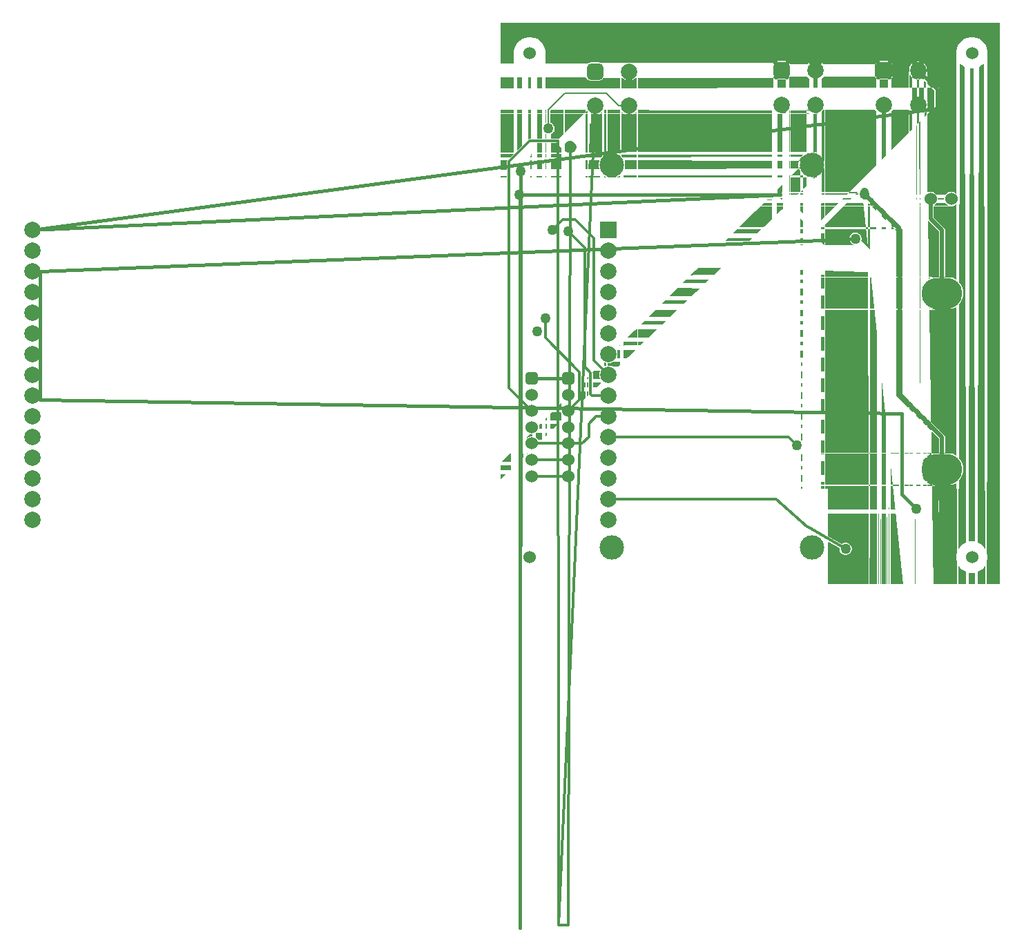
<source format=gbr>
%FSTAX23Y23*%
%MOMM*%
%SFA1B1*%

%IPPOS*%
%AMD23*
4,1,8,0.599440,1.899920,-0.599440,1.899920,-2.499360,0.000000,-2.499360,0.000000,-0.599440,-1.899920,0.599440,-1.899920,2.499360,0.000000,2.499360,0.000000,0.599440,1.899920,0.0*
1,1,3.800000,0.599440,0.000000*
1,1,3.800000,-0.599440,0.000000*
1,1,3.800000,-0.599440,0.000000*
1,1,3.800000,0.599440,0.000000*
%
%AMD25*
4,1,8,0.381000,0.762000,-0.381000,0.762000,-0.762000,0.381000,-0.762000,-0.381000,-0.381000,-0.762000,0.381000,-0.762000,0.762000,-0.381000,0.762000,0.381000,0.381000,0.762000,0.0*
1,1,0.762000,0.381000,0.381000*
1,1,0.762000,-0.381000,0.381000*
1,1,0.762000,-0.381000,-0.381000*
1,1,0.762000,0.381000,-0.381000*
%
%AMD26*
4,1,8,0.500380,1.000760,-0.500380,1.000760,-1.000760,0.500380,-1.000760,-0.500380,-0.500380,-1.000760,0.500380,-1.000760,1.000760,-0.500380,1.000760,0.500380,0.500380,1.000760,0.0*
1,1,1.000000,0.500380,0.500380*
1,1,1.000000,-0.500380,0.500380*
1,1,1.000000,-0.500380,-0.500380*
1,1,1.000000,0.500380,-0.500380*
%
%ADD10C,0.299999*%
%ADD17C,0.399999*%
%ADD18C,0.200000*%
%ADD19C,0.499999*%
%ADD20R,1.999996X1.999996*%
%ADD21C,1.999996*%
%ADD22C,2.999994*%
G04~CAMADD=23~8~0.0~0.0~1968.5~1496.1~748.0~0.0~15~0.0~0.0~0.0~0.0~0~0.0~0.0~0.0~0.0~0~0.0~0.0~0.0~0.0~1968.5~1496.1*
%ADD23D23*%
%ADD24C,1.523997*%
G04~CAMADD=25~8~0.0~0.0~600.0~600.0~150.0~0.0~15~0.0~0.0~0.0~0.0~0~0.0~0.0~0.0~0.0~0~0.0~0.0~0.0~0.0~600.0~600.0*
%ADD25D25*%
G04~CAMADD=26~8~0.0~0.0~787.4~787.4~196.9~0.0~15~0.0~0.0~0.0~0.0~0~0.0~0.0~0.0~0.0~0~0.0~0.0~0.0~0.0~787.4~787.4*
%ADD26D26*%
%ADD27C,1.523997*%
%ADD28C,1.269997*%
%LNecu_freio_2024_equipe_imperador_copper_signal_bot-1*%
%LPD*%
G36*
X129286Y52451D02*
X108204D01*
Y57555*
X108313Y57618*
X109605Y56879*
X109602Y56869*
Y56668*
X109654Y56475*
X109754Y56302*
X109896Y5616*
X110069Y5606*
X110262Y56008*
X110463*
X110656Y5606*
X110829Y5616*
X110971Y56302*
X111071Y56475*
X111122Y56668*
Y56869*
X111071Y57062*
X110971Y57235*
X110829Y57377*
X110656Y57477*
X110463Y57528*
X110262*
X110069Y57477*
X109896Y57377*
X109884Y57365*
X108204Y58327*
Y64135*
X79756*
X79629Y64008*
Y52451*
X68072*
Y121285*
X129286*
Y52451*
G37*
%LNecu_freio_2024_equipe_imperador_copper_signal_bot-2*%
%LPC*%
G36*
X106938Y116683D02*
Y115701D01*
X10792*
X107857Y115936*
X107692Y116221*
X107458Y116455*
X107173Y11662*
X106938Y116683*
G37*
G36*
X106438D02*
X106204Y11662D01*
X105919Y116455*
X105685Y116221*
X10552Y115936*
X105457Y115701*
X106438*
Y116683*
G37*
G36*
X126046Y119526D02*
X125667D01*
X125295Y119452*
X124945Y119307*
X124629Y119097*
X124361Y118829*
X124151Y118513*
X124005Y118163*
X123931Y117791*
Y117412*
X124005Y11704*
X124151Y11669*
X124361Y116374*
X124629Y116106*
X124945Y115896*
X125295Y11575*
X125667Y115676*
X126046*
X126418Y11575*
X126768Y115896*
X127084Y116106*
X127352Y116374*
X127562Y11669*
X127707Y11704*
X127781Y117412*
Y117791*
X127707Y118163*
X127562Y118513*
X127352Y118829*
X127084Y119097*
X126768Y119307*
X126418Y119452*
X126046Y119526*
G37*
G36*
X71817D02*
X71438D01*
X71066Y119452*
X70716Y119307*
X704Y119097*
X70132Y118829*
X69922Y118513*
X69776Y118163*
X69702Y117791*
Y117412*
X69776Y11704*
X69922Y11669*
X70132Y116374*
X704Y116106*
X70716Y115896*
X71066Y11575*
X71438Y115676*
X71817*
X72189Y11575*
X72539Y115896*
X72855Y116106*
X73123Y116374*
X73333Y11669*
X73478Y11704*
X73552Y117412*
Y117791*
X73478Y118163*
X73333Y118513*
X73123Y118829*
X72855Y119097*
X72539Y119307*
X72189Y119452*
X71817Y119526*
G37*
G36*
X115553Y116589D02*
X114553D01*
X114309Y11654*
X114102Y116402*
X113964Y116195*
X113915Y115951*
Y114951*
X113964Y114708*
X114102Y114501*
X114309Y114363*
X114553Y114314*
X115553*
X115796Y114363*
X116003Y114501*
X116141Y114708*
X11619Y114951*
Y115951*
X116141Y116195*
X116003Y116402*
X115796Y11654*
X115553Y116589*
G37*
G36*
X102988D02*
X101988D01*
X101745Y11654*
X101538Y116402*
X1014Y116195*
X101351Y115951*
Y114951*
X1014Y114708*
X101538Y114501*
X101745Y114363*
X101988Y114314*
X102988*
X103232Y114363*
X103439Y114501*
X103577Y114708*
X103626Y114951*
Y115951*
X103577Y116195*
X103439Y116402*
X103232Y11654*
X102988Y116589*
G37*
G36*
X10792Y115201D02*
X106938D01*
Y11422*
X107173Y114283*
X107458Y114448*
X107692Y114682*
X107857Y114967*
X10792Y115201*
G37*
G36*
X106438D02*
X105457D01*
X10552Y114967*
X105685Y114682*
X105919Y114448*
X106204Y114283*
X106438Y11422*
Y115201*
G37*
G36*
X83968Y11644D02*
X83671D01*
X83385Y116364*
X83129Y116216*
X82919Y116006*
X82771Y11575*
X82694Y115464*
Y115167*
X82771Y114881*
X82919Y114625*
X83129Y114415*
X83385Y114267*
X83671Y11419*
X83968*
X84254Y114267*
X8451Y114415*
X8472Y114625*
X84868Y114881*
X84944Y115167*
Y115464*
X84868Y11575*
X8472Y116006*
X8451Y116216*
X84254Y116364*
X83968Y11644*
G37*
G36*
X8012Y116453D02*
X7912D01*
X78876Y116404*
X78669Y116266*
X78531Y116059*
X78482Y115815*
Y114815*
X78531Y114572*
X78669Y114365*
X78876Y114227*
X7912Y114178*
X8012*
X80363Y114227*
X8057Y114365*
X80708Y114572*
X80757Y114815*
Y115815*
X80708Y116059*
X8057Y116266*
X80363Y116404*
X8012Y116453*
G37*
G36*
X119502Y112483D02*
Y111501D01*
X120484*
X120421Y111735*
X120256Y112021*
X120022Y112255*
X119736Y11242*
X119502Y112483*
G37*
G36*
X119002D02*
X118768Y11242D01*
X118483Y112255*
X118249Y112021*
X118084Y111735*
X118021Y111501*
X119002*
Y112483*
G37*
G36*
X115302D02*
Y111501D01*
X116284*
X116221Y111735*
X116056Y112021*
X115822Y112255*
X115537Y11242*
X115302Y112483*
G37*
G36*
X114802D02*
X114568Y11242D01*
X114283Y112255*
X114049Y112021*
X113884Y111735*
X113821Y111501*
X114802*
Y112483*
G37*
G36*
X106837Y112376D02*
X10654D01*
X106254Y1123*
X105998Y112152*
X105788Y111942*
X10564Y111686*
X105563Y1114*
Y111103*
X10564Y110817*
X105788Y110561*
X105998Y110351*
X106254Y110203*
X10654Y110126*
X106837*
X107123Y110203*
X107379Y110351*
X107589Y110561*
X107737Y110817*
X107813Y111103*
Y1114*
X107737Y111686*
X107589Y111942*
X107379Y112152*
X107123Y1123*
X106837Y112376*
G37*
G36*
X102637D02*
X10234D01*
X102054Y1123*
X101798Y112152*
X101588Y111942*
X10144Y111686*
X101363Y1114*
Y111103*
X10144Y110817*
X101588Y110561*
X101798Y110351*
X102054Y110203*
X10234Y110126*
X102637*
X102923Y110203*
X103179Y110351*
X103389Y110561*
X103537Y110817*
X103613Y111103*
Y1114*
X103537Y111686*
X103389Y111942*
X103179Y112152*
X102923Y1123*
X102637Y112376*
G37*
G36*
X120484Y111001D02*
X119502D01*
Y11002*
X119736Y110083*
X120022Y110248*
X120256Y110482*
X120421Y110767*
X120484Y111001*
G37*
G36*
X119002D02*
X118021D01*
X118084Y110767*
X118249Y110482*
X118483Y110248*
X118768Y110083*
X119002Y11002*
Y111001*
G37*
G36*
X116284D02*
X115302D01*
Y11002*
X115537Y110083*
X115822Y110248*
X116056Y110482*
X116221Y110767*
X116284Y111001*
G37*
G36*
X114802D02*
X113821D01*
X113884Y110767*
X114049Y110482*
X114283Y110248*
X114568Y110083*
X114802Y11002*
Y111001*
G37*
G36*
X81026Y112878D02*
X75946D01*
X75858Y11286*
X75783Y112811*
X73751Y110779*
X73702Y110704*
X73684Y110617*
Y109056*
X7362Y109039*
X73447Y108939*
X73305Y108797*
X73205Y108624*
X73153Y108431*
Y10823*
X73205Y108037*
X73305Y107864*
X73447Y107722*
X7362Y107622*
X73813Y10757*
X74014*
X74207Y107622*
X7438Y107722*
X74522Y107864*
X74622Y108037*
X74673Y10823*
Y108431*
X74622Y108624*
X74522Y108797*
X7438Y108939*
X74207Y109039*
X74143Y109056*
Y110521*
X7604Y112419*
X8093*
X82396Y110953*
X82471Y110904*
X82558Y110886*
X82716*
X82771Y110681*
X82919Y110425*
X83129Y110215*
X83385Y110067*
X83671Y10999*
X83968*
X84254Y110067*
X8451Y110215*
X8472Y110425*
X84868Y110681*
X84944Y110967*
Y111264*
X84868Y11155*
X8472Y111806*
X8451Y112016*
X84254Y112164*
X83968Y11224*
X83671*
X83385Y112164*
X83129Y112016*
X82919Y111806*
X82771Y11155*
X82741Y111437*
X82599Y111399*
X81188Y112811*
X81113Y11286*
X81026Y112878*
G37*
G36*
X79768Y11224D02*
X79471D01*
X79185Y112164*
X78929Y112016*
X78719Y111806*
X78571Y11155*
X78494Y111264*
Y110967*
X78571Y110681*
X78651Y110543*
X75169Y107062*
X75164Y107066*
X75057Y107087*
X71628*
X7152Y107066*
X71429Y107005*
X68889Y104465*
X68828Y104374*
X68807Y104267*
Y76484*
X68828Y76377*
X68889Y76286*
X71087Y74088*
X71055Y74033*
X70994Y73807*
Y73574*
X71055Y73348*
X71172Y73146*
X71337Y72981*
X71539Y72864*
X71765Y72803*
X71998*
X72224Y72864*
X72426Y72981*
X72591Y73146*
X72708Y73348*
X72768Y73574*
Y73807*
X72708Y74033*
X72591Y74235*
X72426Y744*
X72224Y74517*
X72071Y74558*
Y74689*
X72274Y74744*
X72505Y74877*
X72694Y75067*
X72828Y75298*
X72866Y7544*
X70897*
X70935Y75298*
X71051Y75097*
X70949Y75019*
X69368Y76601*
Y10415*
X71744Y106526*
X7494*
X75435Y106032*
X75526Y105971*
X75633Y10595*
X7582*
Y105944*
X75872Y105751*
X75972Y105578*
X76114Y105436*
X76287Y105336*
X7648Y105284*
X76681*
X76874Y105336*
X77047Y105436*
X77189Y105578*
X77289Y105751*
X7734Y105944*
Y106145*
X77289Y106338*
X77189Y106511*
X77047Y106653*
X76874Y106753*
X76681Y106804*
X7648*
X76287Y106753*
X76114Y106653*
X75972Y106511*
X75972Y10651*
X75749*
X7558Y10668*
X79047Y110147*
X79185Y110067*
X79471Y10999*
X79768*
X80054Y110067*
X8031Y110215*
X8052Y110425*
X80668Y110681*
X80744Y110967*
Y111264*
X80668Y11155*
X8052Y111806*
X8031Y112016*
X80054Y112164*
X79768Y11224*
G37*
G36*
X10637Y10549D02*
X106049D01*
X105735Y105428*
X10544Y105306*
X105174Y105128*
X104947Y104901*
X104769Y104635*
X104647Y104339*
X104584Y104026*
Y103705*
X104647Y103391*
X104769Y103096*
X104947Y10283*
X105174Y102603*
X10544Y102425*
X105735Y102303*
X106049Y10224*
X10637*
X106683Y102303*
X106979Y102425*
X107245Y102603*
X107472Y10283*
X10765Y103096*
X107772Y103391*
X107834Y103705*
Y104026*
X107772Y104339*
X10765Y104635*
X107472Y104901*
X107245Y105128*
X106979Y105306*
X106683Y105428*
X10637Y10549*
G37*
G36*
X8186D02*
X81539D01*
X81225Y105428*
X8093Y105306*
X80664Y105128*
X80437Y104901*
X80259Y104635*
X80137Y104339*
X80074Y104026*
Y103705*
X80137Y103391*
X80259Y103096*
X80437Y10283*
X80664Y102603*
X8093Y102425*
X81225Y102303*
X81539Y10224*
X8186*
X82174Y102303*
X82469Y102425*
X82735Y102603*
X82962Y10283*
X8314Y103096*
X83262Y103391*
X83325Y103705*
Y104026*
X83262Y104339*
X8314Y104635*
X82962Y104901*
X82735Y105128*
X82469Y105306*
X82174Y105428*
X8186Y10549*
G37*
G36*
X123433Y100581D02*
X1232D01*
X122974Y100521*
X122772Y100404*
X122607Y100239*
X12249Y100037*
X122429Y99811*
Y99578*
X12249Y99352*
X122607Y9915*
X122772Y98985*
X122974Y98868*
X1232Y98807*
X123433*
X123659Y98868*
X123861Y98985*
X124026Y9915*
X124143Y99352*
X124203Y99578*
Y99811*
X124143Y100037*
X124026Y100239*
X123861Y100404*
X123659Y100521*
X123433Y100581*
G37*
G36*
X119401Y116576D02*
X119104D01*
X118818Y1165*
X118562Y116352*
X118352Y116142*
X118204Y115886*
X118127Y1156*
Y115303*
X118204Y115017*
X118352Y114761*
X118562Y114551*
X118818Y114403*
X119104Y114326*
X119401*
X119687Y114403*
X119779Y114456*
X121207Y113028*
Y110902*
X107206Y96901*
X107114Y96954*
X106828Y9703*
X106531*
X106245Y96954*
X106153Y96901*
X102617Y100437*
X102509Y100509*
X102382Y100534*
X71044*
X70966Y100669*
X70824Y100811*
X70752Y100852*
Y102408*
X70778Y102415*
X70951Y102515*
X71093Y102657*
X71193Y10283*
X71244Y103023*
Y103224*
X71193Y103417*
X71093Y10359*
X70951Y103732*
X70778Y103832*
X70585Y103883*
X70384*
X70191Y103832*
X70018Y103732*
X69876Y10359*
X69776Y103417*
X69724Y103224*
Y103023*
X69776Y10283*
X69876Y102657*
X70018Y102515*
X7009Y102474*
Y100918*
X70064Y100911*
X69891Y100811*
X69749Y100669*
X69649Y100496*
X69597Y100303*
Y100102*
X69649Y99909*
X69749Y99736*
X69891Y99594*
X70064Y99494*
X70257Y99442*
X70458*
X70651Y99494*
X70824Y99594*
X70966Y99736*
X71044Y99871*
X102245*
X105684Y96432*
X105631Y9634*
X105554Y96054*
Y95757*
X105631Y95471*
X105779Y95215*
X105989Y95005*
X106245Y94857*
X106531Y9478*
X106828*
X107114Y94857*
X10737Y95005*
X10758Y95215*
X107728Y95471*
X107804Y95757*
Y96054*
X107728Y9634*
X107675Y96432*
X111816Y100573*
X11193Y100508*
X111888Y100353*
Y100153*
X11194Y9996*
X11204Y99787*
X112182Y99645*
X112355Y99545*
X112548Y99493*
X112749*
X112843Y99518*
X116584Y95777*
Y75692*
X116613Y75545*
X116696Y75421*
X121791Y70326*
Y68582*
X121573*
X121177Y68543*
X120795Y68427*
X120443Y68239*
X120135Y67986*
X119882Y67678*
X119694Y67326*
X119578Y66944*
X119539Y66548*
X119578Y66151*
X119694Y65769*
X119882Y65417*
X120135Y65109*
X120443Y64856*
X120795Y64668*
X121177Y64552*
X121573Y64513*
X122773*
X12317Y64552*
X123552Y64668*
X123904Y64856*
X124212Y65109*
X124465Y65417*
X124653Y65769*
X124769Y66151*
X124808Y66548*
X124769Y66944*
X124653Y67326*
X124465Y67678*
X124212Y67986*
X123904Y68239*
X123552Y68427*
X12317Y68543*
X122773Y68582*
X122556*
Y70485*
X122527Y70631*
X122444Y70755*
X117349Y7585*
Y95935*
X11732Y96082*
X117237Y96206*
X113383Y100059*
X113408Y100153*
Y100353*
X113357Y100547*
X113257Y10072*
X113115Y100861*
X112942Y100962*
X112749Y101013*
X112548*
X112394Y100972*
X112328Y101086*
X121773Y11053*
X121845Y110638*
X12187Y110764*
Y113165*
X121845Y113292*
X121773Y1134*
X120248Y114925*
X120301Y115017*
X120377Y115303*
Y1156*
X120301Y115886*
X120153Y116142*
X119943Y116352*
X119687Y1165*
X119401Y116576*
G37*
G36*
X82404Y9703D02*
X80154D01*
Y9478*
X82404*
Y9703*
G37*
G36*
X106929Y94597D02*
Y93615D01*
X107911*
X107848Y9385*
X107683Y94135*
X107449Y94369*
X107163Y94534*
X106929Y94597*
G37*
G36*
X106429D02*
X106195Y94534D01*
X10591Y94369*
X105676Y94135*
X105511Y9385*
X105448Y93615*
X106429*
Y94597*
G37*
G36*
X81529D02*
Y93615D01*
X82511*
X82448Y9385*
X82283Y94135*
X82049Y94369*
X81763Y94534*
X81529Y94597*
G37*
G36*
X81029D02*
X80795Y94534D01*
X8051Y94369*
X80276Y94135*
X80111Y9385*
X80048Y93615*
X81029*
Y94597*
G37*
G36*
X107911Y93115D02*
X106929D01*
Y92134*
X107163Y92197*
X107449Y92362*
X107683Y92596*
X107848Y92881*
X107911Y93115*
G37*
G36*
X106429D02*
X105448D01*
X105511Y92881*
X105676Y92596*
X10591Y92362*
X106195Y92197*
X106429Y92134*
Y93115*
G37*
G36*
X82511D02*
X81529D01*
Y92134*
X81763Y92197*
X82049Y92362*
X82283Y92596*
X82448Y92881*
X82511Y93115*
G37*
G36*
X81029D02*
X80048D01*
X80111Y92881*
X80276Y92596*
X8051Y92362*
X80795Y92197*
X81029Y92134*
Y93115*
G37*
G36*
X106828Y9195D02*
X106531D01*
X106245Y91874*
X105989Y91726*
X105779Y91516*
X105631Y9126*
X105554Y90974*
Y90677*
X105631Y90391*
X105779Y90135*
X105989Y89925*
X106245Y89777*
X106531Y897*
X106828*
X107114Y89777*
X10737Y89925*
X10758Y90135*
X107728Y90391*
X107804Y90677*
Y90974*
X107728Y9126*
X10758Y91516*
X10737Y91726*
X107114Y91874*
X106828Y9195*
G37*
G36*
X81428D02*
X81131D01*
X80845Y91874*
X80589Y91726*
X80379Y91516*
X80231Y9126*
X80154Y90974*
Y90677*
X80231Y90391*
X80379Y90135*
X80589Y89925*
X80845Y89777*
X81131Y897*
X81428*
X81714Y89777*
X8197Y89925*
X8218Y90135*
X82328Y90391*
X82404Y90677*
Y90974*
X82328Y9126*
X8218Y91516*
X8197Y91726*
X81714Y91874*
X81428Y9195*
G37*
G36*
X106828Y8941D02*
X106531D01*
X106245Y89334*
X105989Y89186*
X105779Y88976*
X105631Y8872*
X105554Y88434*
Y88137*
X105631Y87851*
X105779Y87595*
X105989Y87385*
X106245Y87237*
X106531Y8716*
X106828*
X107114Y87237*
X10737Y87385*
X10758Y87595*
X107728Y87851*
X107804Y88137*
Y88434*
X107728Y8872*
X10758Y88976*
X10737Y89186*
X107114Y89334*
X106828Y8941*
G37*
G36*
X81428D02*
X81131D01*
X80845Y89334*
X80589Y89186*
X80379Y88976*
X80231Y8872*
X80154Y88434*
Y88137*
X80231Y87851*
X80379Y87595*
X80589Y87385*
X80845Y87237*
X81131Y8716*
X81428*
X81714Y87237*
X8197Y87385*
X8218Y87595*
X82328Y87851*
X82404Y88137*
Y88434*
X82328Y8872*
X8218Y88976*
X8197Y89186*
X81714Y89334*
X81428Y8941*
G37*
G36*
X120893Y100581D02*
X12066D01*
X120434Y100521*
X120232Y100404*
X120067Y100239*
X11995Y100037*
X119889Y99811*
Y99578*
X11995Y99352*
X120067Y9915*
X120232Y98985*
X120394Y98891*
Y97282*
X120423Y97135*
X120506Y97011*
X121791Y95726*
Y90172*
X121573*
X121177Y90133*
X120795Y90017*
X120443Y89829*
X120135Y89576*
X119882Y89268*
X119694Y88916*
X119578Y88534*
X119539Y88138*
X119578Y87741*
X119694Y87359*
X119882Y87007*
X120135Y86699*
X120443Y86446*
X120795Y86258*
X121177Y86142*
X121573Y86103*
X122773*
X12317Y86142*
X123552Y86258*
X123904Y86446*
X124212Y86699*
X124465Y87007*
X124653Y87359*
X124769Y87741*
X124808Y88138*
X124769Y88534*
X124653Y88916*
X124465Y89268*
X124212Y89576*
X123904Y89829*
X123552Y90017*
X12317Y90133*
X122773Y90172*
X122556*
Y95885*
X122527Y96031*
X122444Y96155*
X122444*
X121159Y9744*
Y98891*
X121321Y98985*
X121486Y9915*
X121603Y99352*
X121663Y99578*
Y99811*
X121603Y100037*
X121486Y100239*
X121321Y100404*
X121119Y100521*
X120893Y100581*
G37*
G36*
X106828Y8687D02*
X106531D01*
X106245Y86794*
X105989Y86646*
X105779Y86436*
X105631Y8618*
X105554Y85894*
Y85597*
X105631Y85311*
X105779Y85055*
X105989Y84845*
X106245Y84697*
X106531Y8462*
X106828*
X107114Y84697*
X10737Y84845*
X10758Y85055*
X107728Y85311*
X107804Y85597*
Y85894*
X107728Y8618*
X10758Y86436*
X10737Y86646*
X107114Y86794*
X106828Y8687*
G37*
G36*
X81428D02*
X81131D01*
X80845Y86794*
X80589Y86646*
X80379Y86436*
X80231Y8618*
X80154Y85894*
Y85597*
X80231Y85311*
X80379Y85055*
X80589Y84845*
X80845Y84697*
X81131Y8462*
X81428*
X81714Y84697*
X8197Y84845*
X8218Y85055*
X82328Y85311*
X82404Y85597*
Y85894*
X82328Y8618*
X8218Y86436*
X8197Y86646*
X81714Y86794*
X81428Y8687*
G37*
G36*
X73633Y85849D02*
X73432D01*
X73239Y85798*
X73066Y85698*
X72924Y85556*
X72824Y85383*
X72772Y8519*
Y84989*
X72824Y84796*
X72924Y84623*
X73066Y84481*
X73239Y84381*
X73252Y84378*
Y8414*
X73125Y84087*
X73062Y8415*
X7286Y84267*
X72766Y84292*
Y83439*
Y82585*
X7286Y8261*
X73062Y82727*
X73125Y8279*
X73252Y82737*
Y82677*
X73273Y82569*
X73334Y82478*
X77443Y78369*
Y75939*
X77316Y75923*
X77273Y76083*
X77139Y76314*
X7695Y76503*
X76719Y76637*
X76609Y76667*
X76626Y76794*
X76708*
X76905Y76833*
X77072Y76945*
X77184Y77112*
X77223Y77309*
Y78071*
X77184Y78269*
X77072Y78436*
X76905Y78548*
X76708Y78587*
X75946*
X75748Y78548*
X75581Y78436*
X75469Y78269*
X7543Y78071*
Y78022*
X72778*
Y78071*
X72739Y78269*
X72627Y78436*
X7246Y78548*
X72263Y78587*
X71501*
X71303Y78548*
X71136Y78436*
X71024Y78269*
X70985Y78071*
Y77309*
X71024Y77112*
X71136Y76945*
X71303Y76833*
X71501Y76794*
X71582*
X71599Y76667*
X71489Y76637*
X71258Y76503*
X71068Y76314*
X70935Y76083*
X70897Y7594*
X72866*
X72828Y76083*
X72694Y76314*
X72505Y76503*
X72274Y76637*
X72164Y76667*
X72181Y76794*
X72263*
X7246Y76833*
X72627Y76945*
X72739Y77112*
X72778Y77309*
Y77359*
X7543*
Y77309*
X75469Y77112*
X75581Y76945*
X75748Y76833*
X75946Y76794*
X76027*
X76044Y76667*
X75934Y76637*
X75703Y76503*
X75513Y76314*
X7538Y76083*
X75342Y7594*
X76327*
Y7544*
X75342*
X7538Y75298*
X75513Y75067*
X75703Y74877*
X75934Y74744*
X76137Y74689*
Y74558*
X75984Y74517*
X75782Y744*
X75617Y74235*
X755Y74033*
X75439Y73807*
Y73574*
X755Y73348*
X75617Y73146*
X75782Y72981*
X75984Y72864*
X7621Y72803*
X76443*
X76669Y72864*
X76871Y72981*
X77036Y73146*
X77153Y73348*
X77213Y73574*
Y73807*
X77153Y74033*
X77121Y74088*
X77922Y74889*
X77983Y7498*
X78004Y75087*
Y78486*
X77983Y78593*
X77922Y78684*
X73813Y82793*
Y84378*
X73826Y84381*
X73999Y84481*
X74141Y84623*
X74241Y84796*
X74292Y84989*
Y8519*
X74241Y85383*
X74141Y85556*
X73999Y85698*
X73826Y85798*
X73633Y85849*
G37*
G36*
X72266Y84292D02*
X72173Y84267D01*
X71971Y8415*
X71805Y83984*
X71688Y83782*
X71663Y83688*
X72266*
Y84292*
G37*
G36*
Y83188D02*
X71663D01*
X71688Y83095*
X71805Y82893*
X71971Y82727*
X72173Y8261*
X72266Y82585*
Y83188*
G37*
G36*
X106828Y8433D02*
X106531D01*
X106245Y84254*
X105989Y84106*
X105779Y83896*
X105631Y8364*
X105554Y83354*
Y83057*
X105631Y82771*
X105779Y82515*
X105989Y82305*
X106245Y82157*
X106531Y8208*
X106828*
X107114Y82157*
X10737Y82305*
X10758Y82515*
X107728Y82771*
X107804Y83057*
Y83354*
X107728Y8364*
X10758Y83896*
X10737Y84106*
X107114Y84254*
X106828Y8433*
G37*
G36*
X81428D02*
X81131D01*
X80845Y84254*
X80589Y84106*
X80379Y83896*
X80231Y8364*
X80154Y83354*
Y83057*
X80231Y82771*
X80379Y82515*
X80589Y82305*
X80845Y82157*
X81131Y8208*
X81428*
X81714Y82157*
X8197Y82305*
X8218Y82515*
X82328Y82771*
X82404Y83057*
Y83354*
X82328Y8364*
X8218Y83896*
X8197Y84106*
X81714Y84254*
X81428Y8433*
G37*
G36*
X106828Y8179D02*
X106531D01*
X106245Y81714*
X105989Y81566*
X105779Y81356*
X105631Y811*
X105554Y80814*
Y80517*
X105631Y80231*
X105779Y79975*
X105989Y79765*
X106245Y79617*
X106531Y7954*
X106828*
X107114Y79617*
X10737Y79765*
X10758Y79975*
X107728Y80231*
X107804Y80517*
Y80814*
X107728Y811*
X10758Y81356*
X10737Y81566*
X107114Y81714*
X106828Y8179*
G37*
G36*
X81428D02*
X81131D01*
X80845Y81714*
X80589Y81566*
X80379Y81356*
X80231Y811*
X80154Y80814*
Y80517*
X80231Y80231*
X80379Y79975*
X80589Y79765*
X80845Y79617*
X81131Y7954*
X81428*
X81714Y79617*
X8197Y79765*
X8218Y79975*
X82328Y80231*
X82404Y80517*
Y80814*
X82328Y811*
X8218Y81356*
X8197Y81566*
X81714Y81714*
X81428Y8179*
G37*
G36*
X106828Y7925D02*
X106531D01*
X106245Y79174*
X105989Y79026*
X105779Y78816*
X105631Y7856*
X105554Y78274*
Y77977*
X105631Y77691*
X105779Y77435*
X105989Y77225*
X106245Y77077*
X106531Y77*
X106828*
X107114Y77077*
X10737Y77225*
X10758Y77435*
X107728Y77691*
X107804Y77977*
Y78274*
X107728Y7856*
X10758Y78816*
X10737Y79026*
X107114Y79174*
X106828Y7925*
G37*
G36*
X77216Y97435D02*
X75692D01*
X75584Y97414*
X75493Y97353*
X74726Y96586*
X74715Y96593*
X74522Y96644*
X74321*
X74128Y96593*
X73955Y96493*
X73813Y96351*
X73713Y96178*
X73661Y95985*
Y95784*
X73713Y95591*
X73813Y95418*
X73955Y95276*
X74128Y95176*
X74321Y95124*
X74522*
X74715Y95176*
X74888Y95276*
X7503Y95418*
X7513Y95591*
X75181Y95784*
Y95985*
X7513Y96178*
X75123Y96189*
X75808Y96874*
X77099*
X79221Y94752*
Y79903*
X79242Y79796*
X79303Y79705*
X80311Y78698*
X80231Y7856*
X80154Y78274*
Y77977*
X80231Y77691*
X80379Y77435*
X80589Y77225*
X80845Y77077*
X81131Y77*
X81428*
X81714Y77077*
X8197Y77225*
X8218Y77435*
X82328Y77691*
X82404Y77977*
Y78274*
X82328Y7856*
X8218Y78816*
X8197Y79026*
X81714Y79174*
X81428Y7925*
X81131*
X80845Y79174*
X80707Y79094*
X79782Y8002*
Y94869*
X79761Y94976*
X797Y95067*
X77414Y97353*
X77323Y97414*
X77216Y97435*
G37*
G36*
X106828Y7671D02*
X106531D01*
X106245Y76634*
X105989Y76486*
X105779Y76276*
X105631Y7602*
X105554Y75734*
Y75437*
X105631Y75151*
X105779Y74895*
X105989Y74685*
X106245Y74537*
X106531Y7446*
X106828*
X107114Y74537*
X10737Y74685*
X10758Y74895*
X107728Y75151*
X107804Y75437*
Y75734*
X107728Y7602*
X10758Y76276*
X10737Y76486*
X107114Y76634*
X106828Y7671*
G37*
G36*
X76427Y96517D02*
X76226D01*
X76033Y96466*
X7586Y96366*
X75718Y96224*
X75618Y96051*
X75566Y95858*
Y95657*
X75618Y95464*
X75718Y95291*
X7586Y95149*
X76033Y95049*
X76226Y94997*
X76427*
X7662Y95049*
X76631Y95056*
X78078Y93609*
Y791*
X78099Y78992*
X7816Y78901*
X78819Y78242*
Y75761*
X7884Y75654*
X78901Y75563*
X79077Y75387*
X79168Y75326*
X79275Y75305*
X79275*
X8019*
X80231Y75151*
X80379Y74895*
X80589Y74685*
X80845Y74537*
X81131Y7446*
X81428*
X81714Y74537*
X8197Y74685*
X8218Y74895*
X82328Y75151*
X82404Y75437*
Y75734*
X82328Y7602*
X8218Y76276*
X8197Y76486*
X81714Y76634*
X81428Y7671*
X81131*
X80845Y76634*
X80589Y76486*
X80379Y76276*
X80231Y7602*
X8019Y75866*
X79391*
X7938Y75877*
Y78359*
X79359Y78466*
X79298Y78557*
X78639Y79216*
Y93726*
X78618Y93833*
X78557Y93924*
X77028Y95453*
X77035Y95464*
X77086Y95657*
Y95858*
X77035Y96051*
X76935Y96224*
X76793Y96366*
X7662Y96466*
X76427Y96517*
G37*
G36*
X106828Y7417D02*
X106531D01*
X106245Y74094*
X105989Y73946*
X105779Y73736*
X105631Y7348*
X105554Y73194*
Y72897*
X105631Y72611*
X105779Y72355*
X105989Y72145*
X106245Y71997*
X106531Y7192*
X106828*
X107114Y71997*
X10737Y72145*
X10758Y72355*
X107728Y72611*
X107804Y72897*
Y73194*
X107728Y7348*
X10758Y73736*
X10737Y73946*
X107114Y74094*
X106828Y7417*
G37*
G36*
X81428D02*
X81131D01*
X80845Y74094*
X80589Y73946*
X80379Y73736*
X80231Y7348*
X8019Y73326*
X79776*
X79669Y73305*
X79578Y73244*
X78668Y72334*
X78607Y72243*
X78586Y72136*
Y70601*
X77956Y69971*
X7717*
X77153Y70033*
X77036Y70235*
X76871Y704*
X76669Y70517*
X76443Y70577*
X7621*
X75984Y70517*
X75782Y704*
X75617Y70235*
X755Y70033*
X75483Y69971*
X72725*
X72708Y70033*
X72591Y70235*
X72426Y704*
X72224Y70517*
X71998Y70577*
X71765*
X71539Y70517*
X71337Y704*
X71172Y70235*
X71055Y70033*
X70994Y69807*
Y69574*
X71055Y69348*
X71172Y69146*
X71337Y68981*
X71539Y68864*
X71765Y68803*
X71998*
X72224Y68864*
X72426Y68981*
X72591Y69146*
X72708Y69348*
X72725Y6941*
X75483*
X755Y69348*
X75617Y69146*
X75782Y68981*
X75984Y68864*
X7621Y68803*
X76443*
X76669Y68864*
X76871Y68981*
X77036Y69146*
X77153Y69348*
X7717Y6941*
X78072*
X7818Y69431*
X78271Y69492*
X79065Y70286*
X79126Y70377*
X79147Y70485*
Y72019*
X79893Y72765*
X8019*
X80231Y72611*
X80379Y72355*
X80589Y72145*
X80845Y71997*
X81131Y7192*
X81428*
X81714Y71997*
X8197Y72145*
X8218Y72355*
X82328Y72611*
X82404Y72897*
Y73194*
X82328Y7348*
X8218Y73736*
X8197Y73946*
X81714Y74094*
X81428Y7417*
G37*
G36*
X76443Y72577D02*
X7621D01*
X75984Y72517*
X75782Y724*
X75617Y72235*
X755Y72033*
X75439Y71807*
Y71574*
X755Y71348*
X75617Y71146*
X75782Y70981*
X75984Y70864*
X7621Y70803*
X76443*
X76669Y70864*
X76871Y70981*
X77036Y71146*
X77153Y71348*
X77213Y71574*
Y71807*
X77153Y72033*
X77036Y72235*
X76871Y724*
X76669Y72517*
X76443Y72577*
G37*
G36*
X71998D02*
X71765D01*
X71539Y72517*
X71337Y724*
X71172Y72235*
X71055Y72033*
X70994Y71807*
Y71574*
X71055Y71348*
X71172Y71146*
X71337Y70981*
X71539Y70864*
X71765Y70803*
X71998*
X72224Y70864*
X72426Y70981*
X72591Y71146*
X72708Y71348*
X72768Y71574*
Y71807*
X72708Y72033*
X72591Y72235*
X72426Y724*
X72224Y72517*
X71998Y72577*
G37*
G36*
X106828Y7163D02*
X106531D01*
X106245Y71554*
X105989Y71406*
X105779Y71196*
X105631Y7094*
X105554Y70654*
Y70357*
X105631Y70071*
X105779Y69815*
X105989Y69605*
X106245Y69457*
X106531Y6938*
X106828*
X107114Y69457*
X10737Y69605*
X10758Y69815*
X107728Y70071*
X107804Y70357*
Y70654*
X107728Y7094*
X10758Y71196*
X10737Y71406*
X107114Y71554*
X106828Y7163*
G37*
G36*
X81428D02*
X81131D01*
X80845Y71554*
X80589Y71406*
X80379Y71196*
X80231Y7094*
X80154Y70654*
Y70357*
X80231Y70071*
X80379Y69815*
X80589Y69605*
X80845Y69457*
X81131Y6938*
X81428*
X81714Y69457*
X8197Y69605*
X8218Y69815*
X82328Y70071*
X82369Y70225*
X103282*
X103707Y698*
X103685Y69762*
X103633Y69569*
Y69368*
X103685Y69175*
X103785Y69002*
X103927Y6886*
X1041Y6876*
X104293Y68708*
X104494*
X104687Y6876*
X10486Y6886*
X105002Y69002*
X105102Y69175*
X105153Y69368*
Y69569*
X105102Y69762*
X105002Y69935*
X10486Y70077*
X104687Y70177*
X104494Y70228*
X104293*
X104119Y70182*
X103597Y70704*
X103506Y70765*
X103398Y70786*
X82369*
X82328Y7094*
X8218Y71196*
X8197Y71406*
X81714Y71554*
X81428Y7163*
G37*
G36*
X76443Y68577D02*
X7621D01*
X75984Y68517*
X75782Y684*
X75617Y68235*
X755Y68033*
X75483Y67971*
X72725*
X72708Y68033*
X72591Y68235*
X72426Y684*
X72224Y68517*
X71998Y68577*
X71765*
X71539Y68517*
X71337Y684*
X71172Y68235*
X71055Y68033*
X70994Y67807*
Y67574*
X71055Y67348*
X71172Y67146*
X71337Y66981*
X71539Y66864*
X71765Y66803*
X71998*
X72224Y66864*
X72426Y66981*
X72591Y67146*
X72708Y67348*
X72725Y6741*
X75483*
X755Y67348*
X75617Y67146*
X75782Y66981*
X75984Y66864*
X7621Y66803*
X76443*
X76669Y66864*
X76871Y66981*
X77036Y67146*
X77153Y67348*
X77213Y67574*
Y67807*
X77153Y68033*
X77036Y68235*
X76871Y684*
X76669Y68517*
X76443Y68577*
G37*
G36*
X106828Y6909D02*
X106531D01*
X106245Y69014*
X105989Y68866*
X105779Y68656*
X105631Y684*
X105554Y68114*
Y67817*
X105631Y67531*
X105779Y67275*
X105989Y67065*
X106245Y66917*
X106531Y6684*
X106828*
X107114Y66917*
X10737Y67065*
X10758Y67275*
X107728Y67531*
X107804Y67817*
Y68114*
X107728Y684*
X10758Y68656*
X10737Y68866*
X107114Y69014*
X106828Y6909*
G37*
G36*
X81428D02*
X81131D01*
X80845Y69014*
X80589Y68866*
X80379Y68656*
X80231Y684*
X80154Y68114*
Y67817*
X80231Y67531*
X80379Y67275*
X80589Y67065*
X80845Y66917*
X81131Y6684*
X81428*
X81714Y66917*
X8197Y67065*
X8218Y67275*
X82328Y67531*
X82404Y67817*
Y68114*
X82328Y684*
X8218Y68656*
X8197Y68866*
X81714Y69014*
X81428Y6909*
G37*
G36*
X76443Y66545D02*
X7621D01*
X75984Y66485*
X75782Y66368*
X75617Y66203*
X755Y66001*
X75483Y65939*
X72725*
X72708Y66001*
X72591Y66203*
X72426Y66368*
X72224Y66485*
X71998Y66545*
X71765*
X71539Y66485*
X71337Y66368*
X71172Y66203*
X71055Y66001*
X70994Y65775*
Y65542*
X71055Y65316*
X71172Y65114*
X71337Y64949*
X71539Y64832*
X71765Y64771*
X71998*
X72224Y64832*
X72426Y64949*
X72591Y65114*
X72708Y65316*
X72725Y65378*
X75483*
X755Y65316*
X75617Y65114*
X75782Y64949*
X75984Y64832*
X7621Y64771*
X76443*
X76669Y64832*
X76871Y64949*
X77036Y65114*
X77153Y65316*
X77213Y65542*
Y65775*
X77153Y66001*
X77036Y66203*
X76871Y66368*
X76669Y66485*
X76443Y66545*
G37*
G36*
X106828Y6655D02*
X106531D01*
X106245Y66474*
X105989Y66326*
X105779Y66116*
X105631Y6586*
X105554Y65574*
Y65277*
X105631Y64991*
X105779Y64735*
X105989Y64525*
X106245Y64377*
X106531Y643*
X106828*
X107114Y64377*
X10737Y64525*
X10758Y64735*
X107728Y64991*
X107804Y65277*
Y65574*
X107728Y6586*
X10758Y66116*
X10737Y66326*
X107114Y66474*
X106828Y6655*
G37*
G36*
X81428D02*
X81131D01*
X80845Y66474*
X80589Y66326*
X80379Y66116*
X80231Y6586*
X80154Y65574*
Y65277*
X80231Y64991*
X80379Y64735*
X80589Y64525*
X80845Y64377*
X81131Y643*
X81428*
X81714Y64377*
X8197Y64525*
X8218Y64735*
X82328Y64991*
X82404Y65277*
Y65574*
X82328Y6586*
X8218Y66116*
X8197Y66326*
X81714Y66474*
X81428Y6655*
G37*
G36*
X111669Y95565D02*
X111469D01*
X111276Y95513*
X111102Y95413*
X110961Y95272*
X110861Y95098*
X110809Y94905*
Y94705*
X110861Y94512*
X110961Y94338*
X111102Y94197*
X111276Y94097*
X111469Y94045*
X111669*
X11182Y94085*
X115238Y90667*
Y75057*
X115263Y7493*
X115335Y74822*
X116889Y73268*
Y635*
X116914Y63373*
X116986Y63265*
X118279Y61972*
X118238Y61822*
Y61621*
X11829Y61428*
X11839Y61255*
X118532Y61113*
X118705Y61013*
X118898Y60961*
X119099*
X119292Y61013*
X119465Y61113*
X119607Y61255*
X119707Y61428*
X119758Y61621*
Y61822*
X119707Y62015*
X119607Y62188*
X119465Y6233*
X119292Y6243*
X119099Y62481*
X118898*
X118748Y62441*
X117552Y63637*
Y73406*
X117527Y73532*
X117455Y7364*
X115901Y75194*
Y90805*
X115876Y90931*
X115804Y91039*
X112289Y94554*
X112329Y94705*
Y94905*
X112277Y95098*
X112177Y95272*
X112036Y95413*
X111862Y95513*
X111669Y95565*
G37*
G36*
X126046Y57677D02*
X125667D01*
X125295Y57603*
X124945Y57458*
X124629Y57248*
X124361Y5698*
X124151Y56664*
X124005Y56314*
X123931Y55942*
Y55563*
X124005Y55191*
X124151Y54841*
X124361Y54525*
X124629Y54257*
X124945Y54047*
X125295Y53901*
X125667Y53827*
X126046*
X126418Y53901*
X126768Y54047*
X127084Y54257*
X127352Y54525*
X127562Y54841*
X127707Y55191*
X127781Y55563*
Y55942*
X127707Y56314*
X127562Y56664*
X127352Y5698*
X127084Y57248*
X126768Y57458*
X126418Y57603*
X126046Y57677*
G37*
G36*
X71817D02*
X71438D01*
X71066Y57603*
X70716Y57458*
X704Y57248*
X70132Y5698*
X69922Y56664*
X69776Y56314*
X69702Y55942*
Y55563*
X69776Y55191*
X69922Y54841*
X70132Y54525*
X704Y54257*
X70716Y54047*
X71066Y53901*
X71438Y53827*
X71817*
X72189Y53901*
X72539Y54047*
X72855Y54257*
X73123Y54525*
X73333Y54841*
X73478Y55191*
X73552Y55563*
Y55942*
X73478Y56314*
X73333Y56664*
X73123Y5698*
X72855Y57248*
X72539Y57458*
X72189Y57603*
X71817Y57677*
G37*
%LNecu_freio_2024_equipe_imperador_copper_signal_bot-3*%
%LPD*%
G54D10*
X105697Y59439D02*
X110363Y56769D01*
X105669Y59454D02*
X105697Y59439D01*
X101822Y62885D02*
X105669Y59454D01*
X8128Y62885D02*
X101822D01*
X104394Y69469D02*
Y6951D01*
X103398Y70505D02*
X104394Y6951D01*
X8128Y70505D02*
X103398D01*
X78867Y70485D02*
Y72136D01*
X79776Y73045*
X78072Y6969D02*
X78867Y70485D01*
X76327Y6969D02*
X78072D01*
X79776Y73045D02*
X8128D01*
X71882Y6969D02*
X76327D01*
X75692Y97155D02*
X77216D01*
X79502Y79903D02*
Y94869D01*
X77216Y97155D02*
X79502Y94869D01*
X74422Y95885D02*
X75692Y97155D01*
X79502Y79903D02*
X8128Y78125D01*
X791Y75761D02*
X79275Y75585D01*
X78359Y791D02*
Y93726D01*
Y791D02*
X791Y78359D01*
X79275Y75585D02*
X8128D01*
X791Y75761D02*
Y78359D01*
X76327Y95758D02*
X78359Y93726D01*
X75633Y10623D02*
X76395D01*
X76581Y106045*
X73533Y82677D02*
X77724Y78486D01*
X76327Y7369D02*
X77724Y75087D01*
Y78486*
X73533Y82677D02*
Y8509D01*
X75057Y106807D02*
X75184Y10668D01*
X7962Y111116*
X71628Y106807D02*
X75057D01*
X75184Y10668D02*
X75633Y10623D01*
X69088Y104267D02*
X71628Y106807D01*
X69088Y76484D02*
Y104267D01*
Y76484D02*
X71882Y7369D01*
Y67691D02*
X76327D01*
X71882Y65659D02*
X76327D01*
G54D17*
X118999Y61722D02*
X119126Y61595D01*
X117221Y635D02*
X118999Y61722D01*
X117221Y635D02*
Y73406D01*
X11557Y75057D02*
X117221Y73406D01*
X11557Y75057D02*
Y90805D01*
X111569Y94805D02*
X11557Y90805D01*
X102382Y100203D02*
X10668Y95905D01*
X70358Y100203D02*
X102382D01*
X70358D02*
X70421Y100266D01*
Y10306D02*
X70485Y103124D01*
X70421Y100266D02*
Y10306D01*
X119253Y115451D02*
X121539Y113165D01*
X10668Y95905D02*
X121539Y110764D01*
Y113165*
X71882Y7769D02*
X76327D01*
G54D18*
X73914Y110617D02*
X75946Y112649D01*
X81026D02*
X82558Y111116D01*
X75946Y112649D02*
X81026D01*
X82558Y111116D02*
X8382D01*
X73914Y108331D02*
Y110617D01*
G54D19*
X112649Y100253D02*
X116967Y95935D01*
Y75692D02*
Y95935D01*
X120777Y97282D02*
Y99695D01*
Y97282D02*
X122174Y95885D01*
Y88138D02*
Y95885D01*
X116967Y75692D02*
X122174Y70485D01*
Y66548D02*
Y70485D01*
G54D20*
X8128Y95905D03*
G54D21*
X8128Y93365D03*
Y90825D03*
Y88285D03*
Y85745D03*
Y83205D03*
Y80665D03*
Y78125D03*
Y75585D03*
Y73045D03*
Y70505D03*
Y67965D03*
Y65425D03*
Y62885D03*
Y60345D03*
X10668Y95905D03*
Y93365D03*
Y90825D03*
Y88285D03*
Y85745D03*
Y83205D03*
Y80665D03*
Y78125D03*
Y75585D03*
Y73045D03*
Y70505D03*
Y67965D03*
Y65425D03*
Y62885D03*
Y60345D03*
X102489Y111252D03*
X106688Y115451D03*
Y111252D03*
X7962Y111116D03*
X8382Y115316D03*
Y111116D03*
X115053Y111252D03*
X119253Y115451D03*
Y111252D03*
G54D22*
X81699Y56916D03*
X106209D03*
Y103865D03*
X81699D03*
G54D23*
X122174Y66548D03*
Y88138D03*
G54D24*
X123317Y99695D03*
X120777D03*
X76327Y65659D03*
Y67691D03*
Y6969D03*
Y7169D03*
Y7369D03*
Y7569D03*
X71882Y65659D03*
Y67691D03*
Y6969D03*
Y7169D03*
Y7369D03*
Y7569D03*
G54D25*
X76327Y7769D03*
X71882D03*
G54D26*
X102489Y115451D03*
X7962Y115316D03*
X115053Y115451D03*
G54D27*
X125857Y117602D03*
Y55753D03*
X71628D03*
Y117602D03*
G54D28*
X72517Y83439D03*
X118999Y61722D03*
X111569Y94805D03*
X104394Y69469D03*
X70358Y100203D03*
X70485Y103124D03*
X74422Y95885D03*
X76327Y95758D03*
X76581Y106045D03*
X73914Y108331D03*
X110363Y56769D03*
X73533Y8509D03*
X112649Y100253D03*
M02*
</source>
